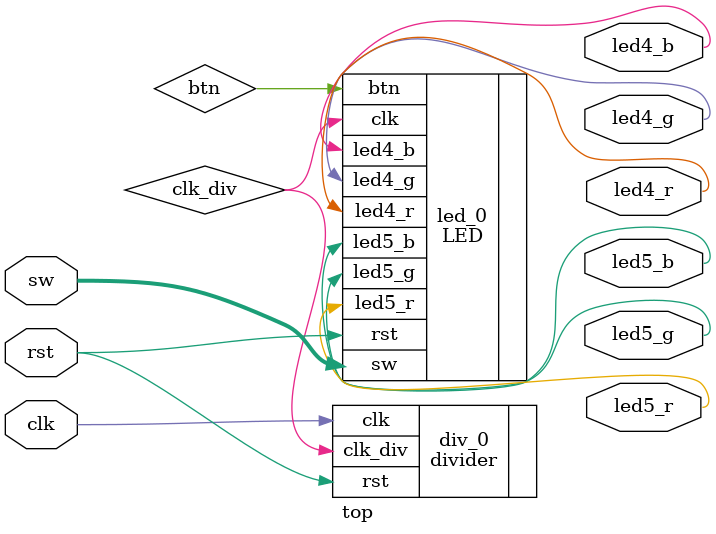
<source format=v>
module top(
    input   clk   ,
    input   rst   ,
    input   [1:0] sw  ,
    output  led4_g , led4_b , led4_r , led5_g , led5_b , led5_r
    );
    
    wire    clk_div ;
    
    LED led_0(
    .clk    (clk_div),
    .rst    (rst),
    .sw     (sw),
    .btn    (btn),
    .led4_g    (led4_g),
    .led4_b    (led4_b),
    .led4_r    (led4_r),
    .led5_g    (led5_g),
    .led5_b    (led5_b),
    .led5_r    (led5_r)
    );
    
    divider div_0(
    .clk    (clk),
    .rst    (rst),
    .clk_div    (clk_div)
    );
    
    
endmodule

</source>
